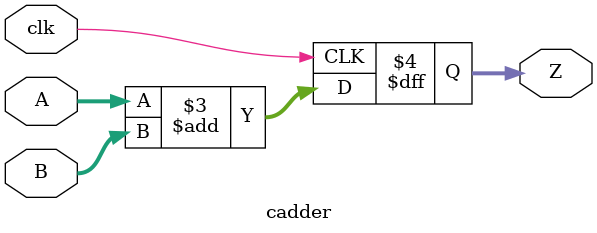
<source format=sv>

module cadder #(CARRY_ERROR=0) (
				input logic [3:0]  A,
				input logic [3:0]  B,
				input logic 	   clk,
				output logic [4:0] Z);

   logic [3:0] 					   Z_4b;

   assign Z_4b = A + B;

   always @(posedge clk) begin
      if(CARRY_ERROR)
	Z <= Z_4b;
      else
	Z <= A + B;
   end
   
endmodule // cadder

</source>
